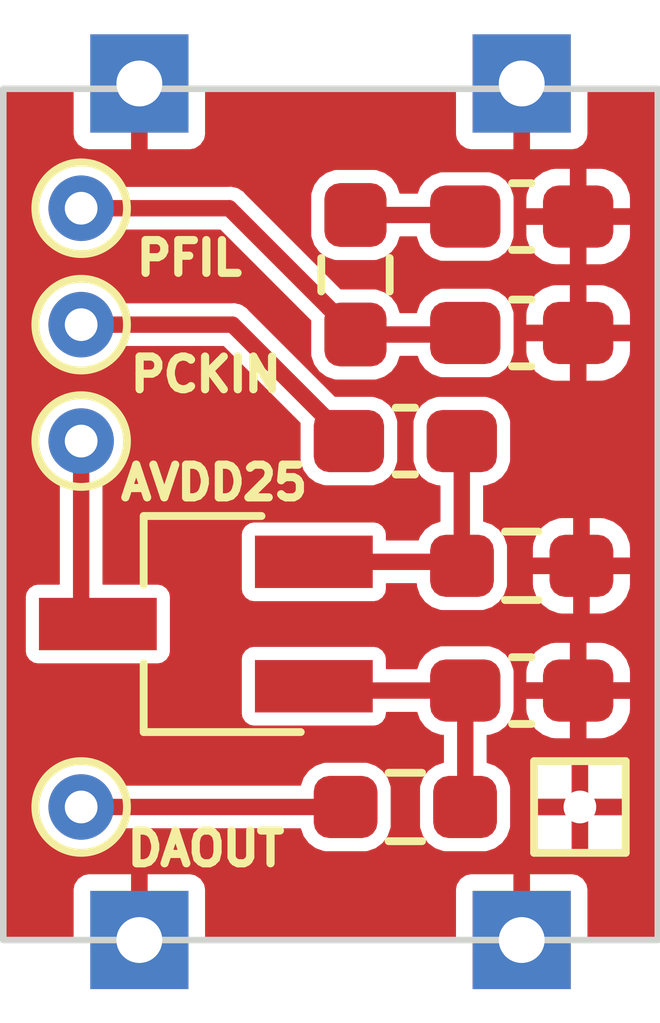
<source format=kicad_pcb>
(kicad_pcb (version 20211014) (generator pcbnew)
  (layers (0 "F.Cu" signal) (31 "B.Cu" signal) (34 "B.Paste" user) (35 "F.Paste" user) (36 "B.SilkS" user "B.Silkscreen") (37 "F.SilkS" user "F.Silkscreen") (38 "B.Mask" user) (39 "F.Mask" user) (44 "Edge.Cuts" user))
  (net 0 "")
  (net 1 "/PFIL")
  (net 2 "GND")
  (net 3 "Net-(C2-Pad1)")
  (net 4 "+2V5")
  (net 5 "Net-(C4-Pad1)")
  (net 6 "Net-(C5-Pad1)")
  (net 7 "/PCKIN")
  (net 8 "/DAOUT")
  (footprint "TestPoint:TestPoint_THTPad_1.5x1.5mm_Drill0.7mm" (layer "F.Cu") (at 131.064 101.473)
    (fp_text reference "REF**" hide)
    (fp_text value "TestPoint_THTPad_1.5x1.5mm_Drill0.7mm" hide)
    (pad "1" thru_hole rect (at 0 0) (size 1.5 1.5) (drill 0.7) (layers *.Cu *.Mask) (net 2 "GND"))
  )
  (footprint "Capacitor_SMD:C_0603_1608Metric_Pad1.08x0.95mm_HandSolder" (layer "F.Cu") (at 131.064 90.424)
    (fp_text reference "C2" hide)
    (fp_text value "0.1uF" hide)
    (fp_line (start -0.146267 -0.51) (end 0.146267 -0.51) (layer "F.SilkS") (width 0.12))
    (fp_line (start -0.146267 0.51) (end 0.146267 0.51) (layer "F.SilkS") (width 0.12))
    (pad "1" smd roundrect (at -0.8625 0) (size 1.075 0.95) (layers "F.Cu" "F.Paste" "F.Mask") (net 3 "Net-(C2-Pad1)"))
    (pad "2" smd roundrect (at 0.8625 0) (size 1.075 0.95) (layers "F.Cu" "F.Paste" "F.Mask") (net 2 "GND"))
  )
  (footprint "TestPoint:TestPoint_THTPad_1.5x1.5mm_Drill0.7mm" (layer "F.Cu") (at 125.222 88.392)
    (fp_text reference "REF**" hide)
    (fp_text value "TestPoint_THTPad_1.5x1.5mm_Drill0.7mm" hide)
    (pad "1" thru_hole rect (at 0 0) (size 1.5 1.5) (drill 0.7) (layers *.Cu *.Mask) (net 2 "GND"))
  )
  (footprint "TestPoint:TestPoint_THTPad_1.5x1.5mm_Drill0.7mm" (layer "F.Cu") (at 131.064 88.392)
    (fp_text reference "REF**" hide)
    (fp_text value "TestPoint_THTPad_1.5x1.5mm_Drill0.7mm" hide)
    (pad "1" thru_hole rect (at 0 0) (size 1.5 1.5) (drill 0.7) (layers *.Cu *.Mask) (net 2 "GND"))
  )
  (footprint "Resistor_SMD:R_0603_1608Metric_Pad0.98x0.95mm_HandSolder" (layer "F.Cu") (at 129.286 99.441)
    (fp_text reference "R2" hide)
    (fp_text value "1.5k" hide)
    (fp_line (start -0.254724 -0.5225) (end 0.254724 -0.5225) (layer "F.SilkS") (width 0.12))
    (fp_line (start -0.254724 0.5225) (end 0.254724 0.5225) (layer "F.SilkS") (width 0.12))
    (pad "1" smd roundrect (at -0.9125 0) (size 0.975 0.95) (layers "F.Cu" "F.Paste" "F.Mask") (net 8 "/DAOUT"))
    (pad "2" smd roundrect (at 0.9125 0) (size 0.975 0.95) (layers "F.Cu" "F.Paste" "F.Mask") (net 5 "Net-(C4-Pad1)"))
  )
  (footprint "TestPoint:TestPoint_THTPad_D1.0mm_Drill0.5mm" (layer "F.Cu") (at 124.333 92.075)
    (fp_text reference "REF**" hide)
    (fp_text value "TestPoint_THTPad_D1.0mm_Drill0.5mm" hide)
    (fp_circle (center 0 0) (end 0 0.7) (layer "F.SilkS") (width 0.12) (fill none))
    (pad "1" thru_hole circle (at 0 0) (size 1 1) (drill 0.5) (layers *.Cu *.Mask) (net 7 "/PCKIN"))
  )
  (footprint "Resistor_SMD:R_0603_1608Metric_Pad0.98x0.95mm_HandSolder" (layer "F.Cu") (at 128.524 91.313 90)
    (fp_text reference "R1" hide)
    (fp_text value "1.0k" hide)
    (fp_line (start -0.254724 -0.5225) (end 0.254724 -0.5225) (layer "F.SilkS") (width 0.12))
    (fp_line (start -0.254724 0.5225) (end 0.254724 0.5225) (layer "F.SilkS") (width 0.12))
    (pad "1" smd roundrect (at -0.9125 0 90) (size 0.975 0.95) (layers "F.Cu" "F.Paste" "F.Mask") (net 1 "/PFIL"))
    (pad "2" smd roundrect (at 0.9125 0 90) (size 0.975 0.95) (layers "F.Cu" "F.Paste" "F.Mask") (net 3 "Net-(C2-Pad1)"))
  )
  (footprint "TestPoint:TestPoint_THTPad_D1.0mm_Drill0.5mm" (layer "F.Cu") (at 124.333 93.853)
    (fp_text reference "REF**" hide)
    (fp_text value "TestPoint_THTPad_D1.0mm_Drill0.5mm" hide)
    (fp_circle (center 0 0) (end 0 0.7) (layer "F.SilkS") (width 0.12) (fill none))
    (pad "1" thru_hole circle (at 0 0) (size 1 1) (drill 0.5) (layers *.Cu *.Mask) (net 4 "+2V5"))
  )
  (footprint "Capacitor_SMD:C_0603_1608Metric_Pad1.08x0.95mm_HandSolder" (layer "F.Cu") (at 129.286 93.853 180)
    (fp_text reference "C5" hide)
    (fp_text value "1000pF" hide)
    (fp_line (start -0.146267 0.51) (end 0.146267 0.51) (layer "F.SilkS") (width 0.12))
    (fp_line (start -0.146267 -0.51) (end 0.146267 -0.51) (layer "F.SilkS") (width 0.12))
    (pad "1" smd roundrect (at -0.8625 0 180) (size 1.075 0.95) (layers "F.Cu" "F.Paste" "F.Mask") (net 6 "Net-(C5-Pad1)"))
    (pad "2" smd roundrect (at 0.8625 0 180) (size 1.075 0.95) (layers "F.Cu" "F.Paste" "F.Mask") (net 7 "/PCKIN"))
  )
  (footprint "TestPoint:TestPoint_THTPad_1.5x1.5mm_Drill0.7mm" (layer "F.Cu") (at 125.222 101.473)
    (fp_text reference "REF**" hide)
    (fp_text value "TestPoint_THTPad_1.5x1.5mm_Drill0.7mm" hide)
    (pad "1" thru_hole rect (at 0 0) (size 1.5 1.5) (drill 0.7) (layers *.Cu *.Mask) (net 2 "GND"))
  )
  (footprint "TestPoint:TestPoint_THTPad_D1.0mm_Drill0.5mm" (layer "F.Cu") (at 124.333 90.297)
    (fp_text reference "REF**" hide)
    (fp_text value "TestPoint_THTPad_D1.0mm_Drill0.5mm" hide)
    (fp_circle (center 0 0) (end 0 0.7) (layer "F.SilkS") (width 0.12) (fill none))
    (pad "1" thru_hole circle (at 0 0) (size 1 1) (drill 0.5) (layers *.Cu *.Mask) (net 1 "/PFIL"))
  )
  (footprint "Capacitor_SMD:C_0603_1608Metric_Pad1.08x0.95mm_HandSolder" (layer "F.Cu") (at 131.064 92.202)
    (fp_text reference "C1" hide)
    (fp_text value "1000pF" hide)
    (fp_line (start -0.146267 -0.51) (end 0.146267 -0.51) (layer "F.SilkS") (width 0.12))
    (fp_line (start -0.146267 0.51) (end 0.146267 0.51) (layer "F.SilkS") (width 0.12))
    (pad "1" smd roundrect (at -0.8625 0) (size 1.075 0.95) (layers "F.Cu" "F.Paste" "F.Mask") (net 1 "/PFIL"))
    (pad "2" smd roundrect (at 0.8625 0) (size 1.075 0.95) (layers "F.Cu" "F.Paste" "F.Mask") (net 2 "GND"))
  )
  (footprint "TestPoint:TestPoint_THTPad_1.0x1.0mm_Drill0.5mm" (layer "F.Cu") (at 131.953 99.441)
    (fp_text reference "REF**" hide)
    (fp_text value "TestPoint_THTPad_1.0x1.0mm_Drill0.5mm" hide)
    (fp_line (start -0.7 -0.7) (end 0.7 -0.7) (layer "F.SilkS") (width 0.12))
    (fp_line (start 0.7 -0.7) (end 0.7 0.7) (layer "F.SilkS") (width 0.12))
    (fp_line (start 0.7 0.7) (end -0.7 0.7) (layer "F.SilkS") (width 0.12))
    (fp_line (start -0.7 0.7) (end -0.7 -0.7) (layer "F.SilkS") (width 0.12))
    (pad "1" thru_hole rect (at 0 0) (size 1 1) (drill 0.5) (layers *.Cu *.Mask) (remove_unused_layers) (net 2 "GND"))
  )
  (footprint "Capacitor_SMD:C_0603_1608Metric_Pad1.08x0.95mm_HandSolder" (layer "F.Cu") (at 131.064 97.663)
    (fp_text reference "C4" hide)
    (fp_text value "5pF" hide)
    (fp_line (start -0.146267 0.51) (end 0.146267 0.51) (layer "F.SilkS") (width 0.12))
    (fp_line (start -0.146267 -0.51) (end 0.146267 -0.51) (layer "F.SilkS") (width 0.12))
    (pad "1" smd roundrect (at -0.8625 0) (size 1.075 0.95) (layers "F.Cu" "F.Paste" "F.Mask") (net 5 "Net-(C4-Pad1)"))
    (pad "2" smd roundrect (at 0.8625 0) (size 1.075 0.95) (layers "F.Cu" "F.Paste" "F.Mask") (net 2 "GND"))
  )
  (footprint "Package_TO_SOT_SMD:SC-59_Handsoldering" (layer "F.Cu") (at 126.238 96.647 180)
    (fp_text reference "Q1" hide)
    (fp_text value "2SC2712Y" hide)
    (fp_line (start -1.45 -1.65) (end 0.95 -1.65) (layer "F.SilkS") (width 0.12))
    (fp_line (start 0.95 -1.65) (end 0.95 -0.6) (layer "F.SilkS") (width 0.12))
    (fp_line (start -0.85 1.65) (end 0.95 1.65) (layer "F.SilkS") (width 0.12))
    (fp_line (start 0.95 1.65) (end 0.95 0.6) (layer "F.SilkS") (width 0.12))
    (pad "1" smd rect (at -1.65 -0.95 180) (size 1.8 0.8) (layers "F.Cu" "F.Paste" "F.Mask") (net 5 "Net-(C4-Pad1)"))
    (pad "2" smd rect (at -1.65 0.95 180) (size 1.8 0.8) (layers "F.Cu" "F.Paste" "F.Mask") (net 6 "Net-(C5-Pad1)"))
    (pad "3" smd rect (at 1.65 0 180) (size 1.8 0.8) (layers "F.Cu" "F.Paste" "F.Mask") (net 4 "+2V5"))
  )
  (footprint "Resistor_SMD:R_0603_1608Metric_Pad0.98x0.95mm_HandSolder" (layer "F.Cu") (at 131.064 95.758)
    (fp_text reference "R3" hide)
    (fp_text value "1.0k" hide)
    (fp_line (start -0.254724 0.5225) (end 0.254724 0.5225) (layer "F.SilkS") (width 0.12))
    (fp_line (start -0.254724 -0.5225) (end 0.254724 -0.5225) (layer "F.SilkS") (width 0.12))
    (pad "1" smd roundrect (at -0.9125 0) (size 0.975 0.95) (layers "F.Cu" "F.Paste" "F.Mask") (net 6 "Net-(C5-Pad1)"))
    (pad "2" smd roundrect (at 0.9125 0) (size 0.975 0.95) (layers "F.Cu" "F.Paste" "F.Mask") (net 2 "GND"))
  )
  (footprint "TestPoint:TestPoint_THTPad_D1.0mm_Drill0.5mm" (layer "F.Cu") (at 124.333 99.441)
    (fp_text reference "REF**" hide)
    (fp_text value "TestPoint_THTPad_D1.0mm_Drill0.5mm" hide)
    (fp_circle (center 0 0) (end 0 0.7) (layer "F.SilkS") (width 0.12) (fill none))
    (pad "1" thru_hole circle (at 0 0) (size 1 1) (drill 0.5) (layers *.Cu *.Mask) (net 8 "/DAOUT"))
  )
  (gr_rect (start 133.143 101.473) (end 123.143 88.473) (layer "Edge.Cuts") (width 0.1) (fill none))
  (gr_text "AVDD25" (at 126.365 94.488) (layer "F.SilkS") (effects (font (size 0.5 0.5) (thickness 0.125))))
  (gr_text "PCKIN" (at 126.238 92.837) (layer "F.SilkS") (effects (font (size 0.5 0.5) (thickness 0.125))))
  (gr_text "PFIL" (at 125.984 91.059) (layer "F.SilkS") (effects (font (size 0.5 0.5) (thickness 0.125))))
  (gr_text "DAOUT" (at 126.238 100.076) (layer "F.SilkS") (effects (font (size 0.5 0.5) (thickness 0.125))))
  (segment (start 124.333 90.297) (end 126.5955 90.297) (width 0.25) (layer "F.Cu") (net 1))
  (segment (start 130.178 92.2255) (end 130.2015 92.202) (width 0.25) (layer "F.Cu") (net 1))
  (segment (start 126.5955 90.297) (end 128.524 92.2255) (width 0.25) (layer "F.Cu") (net 1))
  (segment (start 128.524 92.2255) (end 130.178 92.2255) (width 0.25) (layer "F.Cu") (net 1))
  (segment (start 128.524 90.4005) (end 130.178 90.4005) (width 0.25) (layer "F.Cu") (net 3))
  (segment (start 130.178 90.4005) (end 130.2015 90.424) (width 0.25) (layer "F.Cu") (net 3))
  (segment (start 124.333 96.392) (end 124.588 96.647) (width 0.25) (layer "F.Cu") (net 4))
  (segment (start 124.333 93.853) (end 124.333 96.392) (width 0.25) (layer "F.Cu") (net 4))
  (segment (start 130.2015 97.663) (end 130.2015 99.438) (width 0.25) (layer "F.Cu") (net 5))
  (segment (start 130.2015 97.663) (end 127.954 97.663) (width 0.25) (layer "F.Cu") (net 5))
  (segment (start 127.954 97.663) (end 127.888 97.597) (width 0.25) (layer "F.Cu") (net 5))
  (segment (start 130.2015 99.438) (end 130.1985 99.441) (width 0.25) (layer "F.Cu") (net 5))
  (segment (start 130.0905 95.697) (end 130.1515 95.758) (width 0.25) (layer "F.Cu") (net 6))
  (segment (start 130.1485 93.853) (end 130.1485 95.755) (width 0.25) (layer "F.Cu") (net 6))
  (segment (start 130.1485 95.755) (end 130.1515 95.758) (width 0.25) (layer "F.Cu") (net 6))
  (segment (start 127.888 95.697) (end 130.0905 95.697) (width 0.25) (layer "F.Cu") (net 6))
  (segment (start 126.6455 92.075) (end 128.4235 93.853) (width 0.25) (layer "F.Cu") (net 7))
  (segment (start 124.333 92.075) (end 126.6455 92.075) (width 0.25) (layer "F.Cu") (net 7))
  (segment (start 128.3735 99.441) (end 124.333 99.441) (width 0.25) (layer "F.Cu") (net 8))
  (zone (net 2) (net_name "GND") (layer "F.Cu") (connect_pads (clearance 0)) (min_thickness 0.0254) (fill yes (thermal_gap 0.254) (thermal_bridge_width 0.254))
    (polygon (pts (xy 133.096 101.473) (xy 123.19 101.473) (xy 123.19 88.519) (xy 133.096 88.519)))
  )
)
</source>
